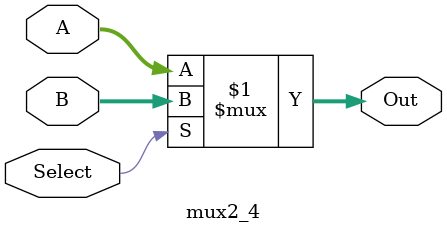
<source format=v>
module mux2_4 (output wire [3:0] Out, input wire [3:0] A, input wire [3:0] B, input wire Select);
  assign Out = Select ? B : A;
endmodule
</source>
